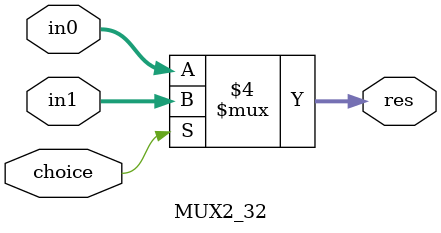
<source format=v>
module MUX2_32
(
    input  wire[31:0]  in0,     //Data
    input  wire[31:0] in1,     //Data 
    input  wire choice,    //High: in1 ;Low: in0
    output reg[31:0] res  
);
always@(choice or in0 or in1)
    if(!choice)  res=in0;
    else     res=in1;
endmodule 
</source>
